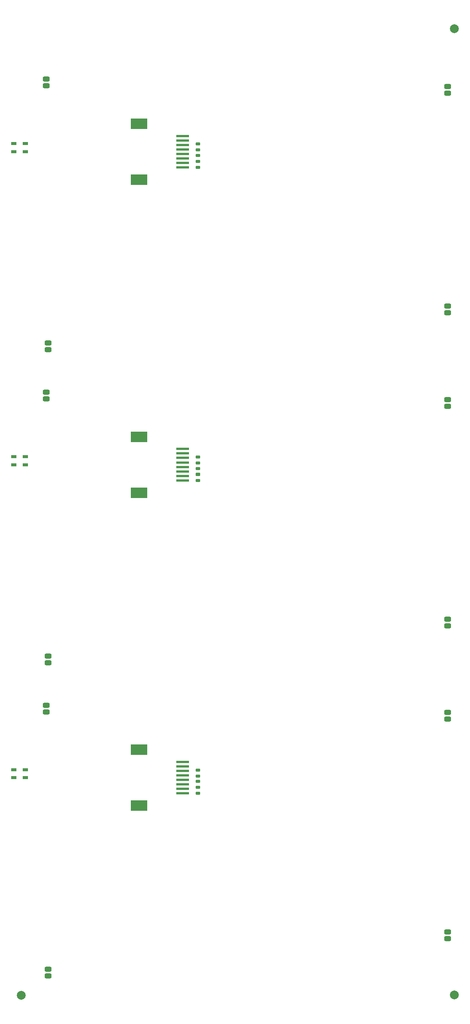
<source format=gbp>
G04*
G04 #@! TF.GenerationSoftware,Altium Limited,Altium Designer,18.1.6 (161)*
G04*
G04 Layer_Color=128*
%FSLAX24Y24*%
%MOIN*%
G70*
G01*
G75*
G04:AMPARAMS|DCode=18|XSize=78.7mil|YSize=78.7mil|CornerRadius=39.4mil|HoleSize=0mil|Usage=FLASHONLY|Rotation=90.000|XOffset=0mil|YOffset=0mil|HoleType=Round|Shape=RoundedRectangle|*
%AMROUNDEDRECTD18*
21,1,0.0787,0.0000,0,0,90.0*
21,1,0.0000,0.0787,0,0,90.0*
1,1,0.0787,0.0000,0.0000*
1,1,0.0787,0.0000,0.0000*
1,1,0.0787,0.0000,0.0000*
1,1,0.0787,0.0000,0.0000*
%
%ADD18ROUNDEDRECTD18*%
G04:AMPARAMS|DCode=28|XSize=27.1mil|YSize=37.4mil|CornerRadius=4.8mil|HoleSize=0mil|Usage=FLASHONLY|Rotation=90.000|XOffset=0mil|YOffset=0mil|HoleType=Round|Shape=RoundedRectangle|*
%AMROUNDEDRECTD28*
21,1,0.0271,0.0277,0,0,90.0*
21,1,0.0175,0.0374,0,0,90.0*
1,1,0.0097,0.0139,0.0087*
1,1,0.0097,0.0139,-0.0087*
1,1,0.0097,-0.0139,-0.0087*
1,1,0.0097,-0.0139,0.0087*
%
%ADD28ROUNDEDRECTD28*%
%ADD73R,0.1181X0.0220*%
%ADD74R,0.1515X0.0964*%
%ADD75R,0.0472X0.0315*%
G04:AMPARAMS|DCode=76|XSize=44mil|YSize=61mil|CornerRadius=10.5mil|HoleSize=0mil|Usage=FLASHONLY|Rotation=270.000|XOffset=0mil|YOffset=0mil|HoleType=Round|Shape=RoundedRectangle|*
%AMROUNDEDRECTD76*
21,1,0.0440,0.0400,0,0,270.0*
21,1,0.0230,0.0610,0,0,270.0*
1,1,0.0210,-0.0200,-0.0115*
1,1,0.0210,-0.0200,0.0115*
1,1,0.0210,0.0200,0.0115*
1,1,0.0210,0.0200,-0.0115*
%
%ADD76ROUNDEDRECTD76*%
G54D18*
X42528Y87726D02*
D03*
Y1328D02*
D03*
X3789Y1289D02*
D03*
G54D28*
X19598Y21419D02*
D03*
Y20884D02*
D03*
Y20405D02*
D03*
Y19870D02*
D03*
Y19874D02*
D03*
Y19338D02*
D03*
Y49411D02*
D03*
Y48876D02*
D03*
Y48397D02*
D03*
Y47862D02*
D03*
Y47866D02*
D03*
Y47330D02*
D03*
Y77403D02*
D03*
Y76868D02*
D03*
Y76389D02*
D03*
Y75854D02*
D03*
Y75858D02*
D03*
Y75323D02*
D03*
G54D73*
X18230Y19734D02*
D03*
Y20136D02*
D03*
Y22143D02*
D03*
Y21742D02*
D03*
Y21340D02*
D03*
Y20939D02*
D03*
Y20537D02*
D03*
Y19332D02*
D03*
Y47726D02*
D03*
Y48128D02*
D03*
Y50136D02*
D03*
Y49734D02*
D03*
Y49332D02*
D03*
Y48931D02*
D03*
Y48529D02*
D03*
Y47324D02*
D03*
Y75718D02*
D03*
Y76120D02*
D03*
Y78128D02*
D03*
Y77726D02*
D03*
Y77324D02*
D03*
Y76923D02*
D03*
Y76521D02*
D03*
Y75317D02*
D03*
G54D74*
X14301Y23238D02*
D03*
Y18238D02*
D03*
Y51230D02*
D03*
Y46230D02*
D03*
Y79222D02*
D03*
Y74222D02*
D03*
G54D75*
X4139Y20735D02*
D03*
Y21464D02*
D03*
X3119Y20735D02*
D03*
Y21464D02*
D03*
X4139Y48727D02*
D03*
Y49456D02*
D03*
X3119Y48727D02*
D03*
Y49456D02*
D03*
X4139Y76719D02*
D03*
Y77448D02*
D03*
X3119Y76719D02*
D03*
Y77448D02*
D03*
G54D76*
X41919Y25969D02*
D03*
Y26569D02*
D03*
X6179Y3019D02*
D03*
Y3619D02*
D03*
X5999Y26629D02*
D03*
Y27229D02*
D03*
X41911Y6334D02*
D03*
Y6934D02*
D03*
X41919Y53962D02*
D03*
Y54562D02*
D03*
X6179Y31012D02*
D03*
Y31611D02*
D03*
X5999Y54622D02*
D03*
Y55222D02*
D03*
X41911Y34326D02*
D03*
Y34926D02*
D03*
X41919Y81954D02*
D03*
Y82554D02*
D03*
X6179Y59004D02*
D03*
Y59604D02*
D03*
X5999Y82614D02*
D03*
Y83214D02*
D03*
X41911Y62318D02*
D03*
Y62918D02*
D03*
M02*

</source>
